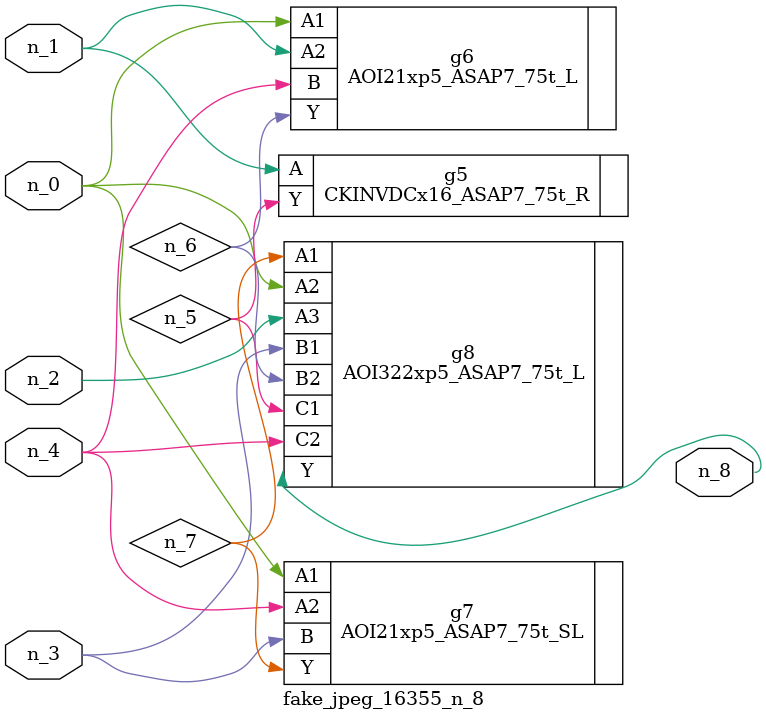
<source format=v>
module fake_jpeg_16355_n_8 (n_3, n_2, n_1, n_0, n_4, n_8);

input n_3;
input n_2;
input n_1;
input n_0;
input n_4;

output n_8;

wire n_6;
wire n_5;
wire n_7;

CKINVDCx16_ASAP7_75t_R g5 ( 
.A(n_1),
.Y(n_5)
);

AOI21xp5_ASAP7_75t_L g6 ( 
.A1(n_0),
.A2(n_1),
.B(n_4),
.Y(n_6)
);

AOI21xp5_ASAP7_75t_SL g7 ( 
.A1(n_0),
.A2(n_4),
.B(n_3),
.Y(n_7)
);

AOI322xp5_ASAP7_75t_L g8 ( 
.A1(n_7),
.A2(n_0),
.A3(n_2),
.B1(n_3),
.B2(n_6),
.C1(n_5),
.C2(n_4),
.Y(n_8)
);


endmodule
</source>
